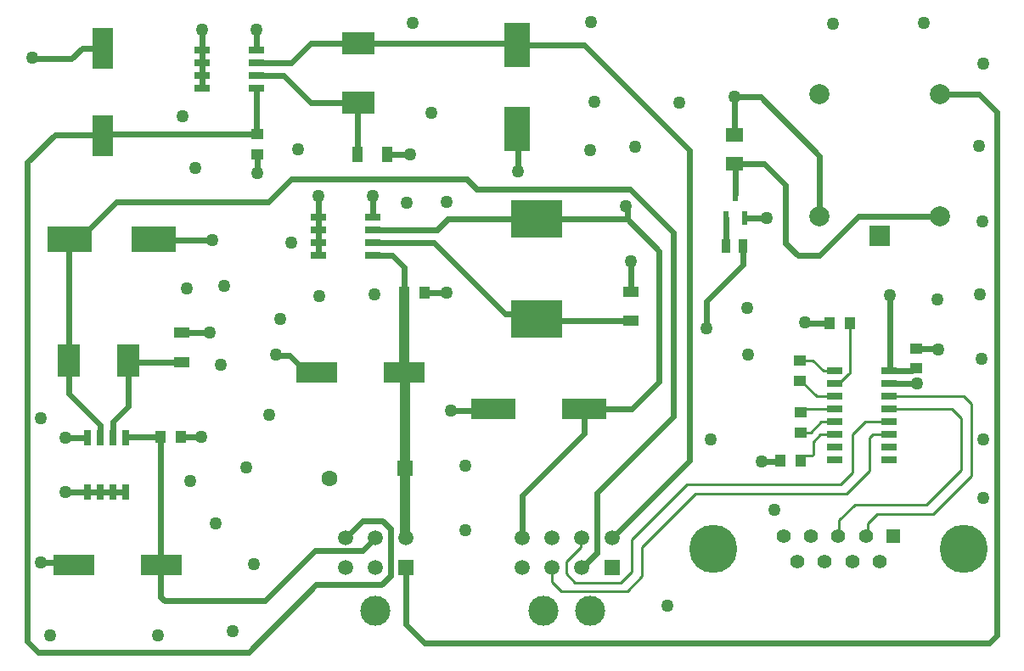
<source format=gtl>
G04*
G04 #@! TF.GenerationSoftware,Altium Limited,Altium Designer,25.8.1 (18)*
G04*
G04 Layer_Physical_Order=1*
G04 Layer_Color=255*
%FSLAX44Y44*%
%MOMM*%
G71*
G04*
G04 #@! TF.SameCoordinates,3D28AD71-2A70-4CFD-9337-590B9DAEE029*
G04*
G04*
G04 #@! TF.FilePolarity,Positive*
G04*
G01*
G75*
%ADD14C,0.2540*%
%ADD15R,4.1000X2.0000*%
%ADD16R,0.6500X1.5250*%
%ADD17R,1.0000X1.2500*%
%ADD18R,2.3000X3.3000*%
%ADD19R,1.5000X1.0000*%
%ADD20R,4.5000X2.1000*%
%ADD21R,4.4000X2.5000*%
%ADD22R,2.0000X4.1000*%
%ADD23R,1.2500X1.0000*%
%ADD24R,1.5250X0.6500*%
%ADD25R,5.2000X3.8500*%
%ADD26R,1.0000X1.5000*%
%ADD27R,2.5000X4.4000*%
%ADD28R,3.3000X2.3000*%
%ADD29R,0.8500X1.3500*%
%ADD30R,1.8000X1.3400*%
%ADD31R,0.6000X1.3500*%
%ADD43R,1.6000X1.6000*%
%ADD44C,1.6000*%
%ADD48R,2.0000X2.0000*%
%ADD49C,2.0000*%
%ADD52C,0.6000*%
%ADD53C,1.0000*%
%ADD54C,1.5200*%
%ADD55R,1.5200X1.5200*%
%ADD56C,3.0000*%
%ADD57C,4.8000*%
%ADD58C,1.4000*%
%ADD59R,1.4000X1.4000*%
%ADD60C,1.2700*%
D14*
X546370Y86680D02*
Y100680D01*
Y86680D02*
X555370Y77680D01*
X560370Y94680D02*
Y106680D01*
Y94680D02*
X569370Y85680D01*
X560370Y106680D02*
X574842Y121152D01*
Y129152D01*
X576370Y130680D01*
X555370Y77680D02*
X621370D01*
X569370Y85680D02*
X615370D01*
X626370Y96680D01*
Y128680D01*
X621370Y77680D02*
X636370Y92680D01*
Y121680D01*
X689370Y174680D01*
X626370Y128680D02*
X681370Y183680D01*
X834370D01*
X689370Y174680D02*
X840370D01*
X794370Y207680D02*
Y208930D01*
Y255680D02*
X797720Y259030D01*
X794370Y208930D02*
X798100Y212660D01*
X794370Y235680D02*
X804370D01*
X798100Y212660D02*
X805882D01*
X807370Y214148D01*
Y226680D01*
X832070Y132080D02*
X832770Y132780D01*
Y148080D01*
X834370Y183680D02*
X846370Y195680D01*
X832770Y148080D02*
X848370Y163680D01*
X846370Y195680D02*
Y233680D01*
X840370Y174680D02*
X863370Y197680D01*
X859470Y132080D02*
X861001Y133611D01*
Y145311D01*
X863370Y197680D02*
Y230680D01*
X861001Y145311D02*
X870370Y154680D01*
X848370Y163680D02*
X919370D01*
X870370Y154680D02*
X926370D01*
X919370Y163680D02*
X954370Y198680D01*
X926370Y154680D02*
X964370Y192680D01*
X954370Y198680D02*
Y249680D01*
X794620Y287680D02*
X810570Y271730D01*
X804370Y235680D02*
X815020Y246330D01*
X807370Y226680D02*
X814320Y233630D01*
X797720Y259030D02*
X828250D01*
X810570Y271730D02*
X828250D01*
X814320Y233630D02*
X828250D01*
X815020Y246330D02*
X828250D01*
Y284430D02*
X832625D01*
X846370Y233680D02*
X859020Y246330D01*
X863370Y230680D02*
X866320Y233630D01*
X859020Y246330D02*
X882490D01*
X866320Y233630D02*
X882490D01*
Y259030D02*
X945020D01*
X882490Y271730D02*
X957320D01*
X945020Y259030D02*
X954370Y249680D01*
X957320Y271730D02*
X964370Y264680D01*
Y192680D02*
Y264680D01*
X793370Y287680D02*
X794620D01*
X793370Y307680D02*
X806370D01*
X816920Y297130D01*
X828250D01*
X832625Y284430D02*
X841875Y293680D01*
X841882D01*
X843370Y295168D01*
Y344680D01*
D15*
X156870Y103680D02*
D03*
X69870D02*
D03*
X398870Y295680D02*
D03*
X311870D02*
D03*
D16*
X121420Y230800D02*
D03*
X108720D02*
D03*
X96020D02*
D03*
X83320Y176560D02*
D03*
X108720D02*
D03*
X96020D02*
D03*
X83320Y230800D02*
D03*
X121420Y176560D02*
D03*
D17*
X156370Y231680D02*
D03*
X176370D02*
D03*
X399370Y375680D02*
D03*
X419370D02*
D03*
X794370Y207680D02*
D03*
X774370D02*
D03*
X823370Y344680D02*
D03*
X843370D02*
D03*
D18*
X123870Y307680D02*
D03*
X64870D02*
D03*
D19*
X177370Y306180D02*
D03*
Y335180D02*
D03*
X625370Y347180D02*
D03*
Y376180D02*
D03*
D20*
X578870Y259680D02*
D03*
X487870D02*
D03*
D21*
X65370Y428680D02*
D03*
X149370D02*
D03*
D22*
X98370Y532180D02*
D03*
Y619180D02*
D03*
D23*
X252370Y533680D02*
D03*
Y513680D02*
D03*
X793370Y287680D02*
D03*
Y307680D02*
D03*
X794370Y235680D02*
D03*
Y255680D02*
D03*
X909370Y299680D02*
D03*
Y319680D02*
D03*
D24*
X251610Y579280D02*
D03*
Y591980D02*
D03*
Y604680D02*
D03*
X197370D02*
D03*
Y617380D02*
D03*
Y579280D02*
D03*
Y591980D02*
D03*
X251610Y617380D02*
D03*
X367490Y412630D02*
D03*
Y425330D02*
D03*
Y438030D02*
D03*
X313250D02*
D03*
Y425330D02*
D03*
Y412630D02*
D03*
Y450730D02*
D03*
X367490D02*
D03*
X882490Y297130D02*
D03*
Y271730D02*
D03*
Y259030D02*
D03*
Y246330D02*
D03*
Y233630D02*
D03*
Y220930D02*
D03*
Y208230D02*
D03*
X828250D02*
D03*
Y220930D02*
D03*
Y233630D02*
D03*
Y246330D02*
D03*
Y259030D02*
D03*
Y271730D02*
D03*
Y284430D02*
D03*
Y297130D02*
D03*
X882490Y284430D02*
D03*
D25*
X531370Y448680D02*
D03*
Y348680D02*
D03*
D26*
X352870Y513680D02*
D03*
X381870D02*
D03*
D27*
X511370Y622680D02*
D03*
Y538680D02*
D03*
D28*
X353370Y565180D02*
D03*
Y624180D02*
D03*
D29*
X720120Y421680D02*
D03*
X736620D02*
D03*
D30*
X728370Y532980D02*
D03*
Y504380D02*
D03*
D31*
X729370Y473680D02*
D03*
X738870Y449680D02*
D03*
X719870D02*
D03*
D43*
X399870Y199680D02*
D03*
D44*
X324870Y189680D02*
D03*
D48*
X873370Y431680D02*
D03*
D49*
X933370Y451680D02*
D03*
X813370Y573680D02*
D03*
X933370D02*
D03*
X813370Y451680D02*
D03*
D52*
X23370Y27680D02*
X34370Y16680D01*
X36370Y105680D02*
X67870D01*
X69870Y103680D01*
X96020Y176560D02*
X108720D01*
X23370Y505680D02*
X23370Y27680D01*
X61370Y176680D02*
X61430Y176620D01*
X61370Y230680D02*
X61430Y230740D01*
X64870Y274180D02*
Y307680D01*
X61430Y176620D02*
X83260D01*
X61430Y230740D02*
X83260D01*
X64870Y274180D02*
X95770Y243280D01*
X83260Y176620D02*
X83320Y176560D01*
X83260Y230740D02*
X83320Y230800D01*
Y176560D02*
X96020D01*
X95770Y231050D02*
Y243280D01*
Y231050D02*
X96020Y230800D01*
X108720D02*
Y247030D01*
Y176560D02*
X121420D01*
X108720Y247030D02*
X123870Y262180D01*
X121420Y230800D02*
Y230990D01*
X121670Y231240D01*
X123870Y262180D02*
Y307680D01*
X34370Y16680D02*
X244370D01*
X156370Y71180D02*
Y103180D01*
X156870Y103680D01*
X156370Y104180D02*
X156870Y103680D01*
X156370Y71180D02*
X159870Y67680D01*
X260370D01*
X244370Y16680D02*
X311370Y83680D01*
X260370Y67680D02*
X310230Y117540D01*
X357230D01*
X311370Y83680D02*
X376370D01*
X340370Y130680D02*
X357370Y147680D01*
X357230Y117540D02*
X370370Y130680D01*
X376370Y83680D02*
X385370Y92680D01*
X377370Y147680D02*
X385370Y139680D01*
Y92680D02*
Y139680D01*
X400370Y44680D02*
Y100680D01*
Y44680D02*
X419370Y25680D01*
X123870Y307680D02*
X125370Y306180D01*
X121670Y231240D02*
X155930D01*
X125370Y306180D02*
X177370D01*
X155930Y231240D02*
X156370Y230800D01*
Y104180D02*
Y230800D01*
X176370Y231680D02*
X196370D01*
X284652Y312398D02*
X301370Y295680D01*
X311870D01*
X357370Y147680D02*
X377370D01*
X445370Y257680D02*
X485870D01*
X23370Y505680D02*
X50870Y533180D01*
X64870Y307680D02*
Y428180D01*
X65370Y428680D01*
X74870D01*
X50870Y533180D02*
X97370D01*
X74870Y428680D02*
X111870Y465680D01*
X97370Y533180D02*
X98370Y532180D01*
X99870Y533680D01*
X149370Y428680D02*
X150370Y427680D01*
X99870Y533680D02*
X251610D01*
X177370Y335180D02*
X177620Y335430D01*
X150370Y427680D02*
X207370D01*
X111870Y465680D02*
X263370D01*
X177620Y335430D02*
X205120D01*
X205370Y335680D01*
X252370Y494680D02*
Y513680D01*
X28370Y609680D02*
X28620Y609430D01*
X28370Y609680D02*
X29370Y608680D01*
X67370D01*
X77870Y619180D01*
X98370D01*
X197370Y591980D02*
Y604680D01*
Y579280D02*
Y591980D01*
Y617380D02*
Y637680D01*
Y604680D02*
Y617380D01*
X251370Y637680D02*
X251490Y637560D01*
Y617500D02*
Y637560D01*
Y617500D02*
X251610Y617380D01*
Y579280D02*
X251740D01*
X251610Y533680D02*
X251990Y534060D01*
X251740Y579280D02*
X251990Y579030D01*
Y534060D02*
Y579030D01*
X251610Y591980D02*
X279070D01*
X271370Y313680D02*
X272652Y312398D01*
X284652D01*
X313250Y412630D02*
Y425330D01*
Y438030D01*
Y450730D01*
X367490Y412630D02*
X387420D01*
X399370Y400680D01*
X367490Y425330D02*
X428720D01*
X399370Y375680D02*
Y400680D01*
X367490Y438030D02*
X431720D01*
X419370Y375680D02*
X441370D01*
X431720Y438030D02*
X442370Y448680D01*
X428720Y425330D02*
X499885Y354165D01*
X251610Y604680D02*
X286370D01*
X263370Y465680D02*
X286370Y488680D01*
X279070Y591980D02*
X305870Y565180D01*
X286370Y604680D02*
X305870Y624180D01*
X313250Y450730D02*
X313310Y450790D01*
Y471620D01*
X313370Y471680D01*
X305870Y565180D02*
X353370D01*
X305870Y624180D02*
X353370D01*
X352870Y513680D02*
Y564680D01*
X353370Y565180D01*
X367370Y471680D02*
X367430Y471620D01*
Y450790D02*
Y471620D01*
Y450790D02*
X367490Y450730D01*
X286370Y488680D02*
X461370D01*
X381870Y513680D02*
X405370D01*
X353370Y624180D02*
X509870D01*
X576370Y100680D02*
X591370Y115680D01*
Y175680D01*
X419370Y25680D02*
X982370D01*
X485870Y257680D02*
X487870Y259680D01*
X516370Y130680D02*
Y172680D01*
X578870Y235180D01*
Y259680D01*
X626370D01*
X591370Y175680D02*
X667370Y251680D01*
X626370Y259680D02*
X653370Y286680D01*
X606370Y130680D02*
X683370Y207680D01*
X755370Y206680D02*
X755870Y207180D01*
X773870D01*
X774370Y207680D01*
X982370Y25680D02*
X990370Y33680D01*
X882490Y284430D02*
X882615Y284555D01*
X910245D01*
X910370Y284680D01*
X442370Y448680D02*
X531370D01*
X499885Y354165D02*
X525885D01*
X532870Y347180D01*
X531370Y448680D02*
X621370D01*
X532870Y347180D02*
X625370D01*
Y376180D02*
Y406680D01*
X621370Y448680D02*
X653370Y416680D01*
Y286680D02*
Y416680D01*
X667370Y251680D02*
Y435680D01*
X683370Y207680D02*
Y517680D01*
X700370Y339680D02*
Y366680D01*
X736620Y402930D01*
X719870Y445930D02*
Y449680D01*
Y445930D02*
X720120Y445680D01*
Y421680D02*
Y445680D01*
X736620Y402930D02*
Y421680D01*
X738870Y449680D02*
X760370D01*
X461370Y488680D02*
X471370Y478680D01*
X509870Y624180D02*
X511370Y622680D01*
Y538680D02*
X512370Y537680D01*
Y496680D02*
Y537680D01*
X511370Y622680D02*
X578370D01*
X471370Y478680D02*
X624370D01*
X620370Y461680D02*
X621370Y460680D01*
Y448680D02*
Y460680D01*
X578370Y622680D02*
X683370Y517680D01*
X624370Y478680D02*
X667370Y435680D01*
X728370Y532980D02*
Y570680D01*
Y504380D02*
X729370Y503380D01*
Y473680D02*
Y503380D01*
X728370Y570680D02*
X754370D01*
X728370Y504380D02*
X757670D01*
X822870Y345180D02*
X823370Y344680D01*
X882490Y297130D02*
X882680D01*
X882930Y297380D01*
Y372240D01*
X882490Y297130D02*
X905570D01*
X908120Y299680D01*
X909370D01*
Y319680D02*
X909870Y319180D01*
X930870D01*
X931370Y318680D01*
X990370Y33680D02*
Y555680D01*
X757670Y504380D02*
X779370Y482680D01*
Y424680D02*
Y482680D01*
X754370Y570680D02*
X813370Y511680D01*
X779370Y424680D02*
X791670Y412380D01*
X798370Y345680D02*
X798870Y345180D01*
X791670Y412380D02*
X813070D01*
X798870Y345180D02*
X822870D01*
X813370Y451680D02*
Y511680D01*
X813070Y412380D02*
X852370Y451680D01*
X882930Y372240D02*
X883370Y372680D01*
X852370Y451680D02*
X933370D01*
Y573680D02*
X972370D01*
X990370Y555680D01*
D53*
X400120Y130930D02*
X400370Y130680D01*
X398870Y295680D02*
X399870Y294680D01*
Y199680D02*
Y294680D01*
Y199680D02*
X400120Y199430D01*
Y130930D02*
Y199430D01*
X398870Y295680D02*
Y375180D01*
X399370Y375680D01*
D54*
X400370Y130680D02*
D03*
X340370D02*
D03*
X370370D02*
D03*
Y100680D02*
D03*
X340370D02*
D03*
X516370Y130680D02*
D03*
X576370Y100680D02*
D03*
X546370D02*
D03*
X606370Y130680D02*
D03*
X576370D02*
D03*
X546370D02*
D03*
X516370Y100680D02*
D03*
D55*
X400370D02*
D03*
X606370D02*
D03*
D56*
X370370Y57480D02*
D03*
X584770D02*
D03*
X537970D02*
D03*
D57*
X707070Y119380D02*
D03*
X957070D02*
D03*
D58*
X790970Y106680D02*
D03*
X818370D02*
D03*
X845770D02*
D03*
X873170D02*
D03*
X804670Y132080D02*
D03*
X832070D02*
D03*
X859470D02*
D03*
X777270D02*
D03*
D59*
X886870D02*
D03*
D60*
X46370Y33680D02*
D03*
X153370D02*
D03*
X228370Y37680D02*
D03*
X249370Y104680D02*
D03*
X36370Y105680D02*
D03*
X211370Y144680D02*
D03*
X61370Y176680D02*
D03*
X185370Y187680D02*
D03*
X28370Y609680D02*
D03*
X36370Y249680D02*
D03*
X61370Y230680D02*
D03*
X178370Y551680D02*
D03*
X182370Y379680D02*
D03*
X190370Y499680D02*
D03*
X196370Y231680D02*
D03*
X197370Y637680D02*
D03*
X205370Y335680D02*
D03*
X207370Y427680D02*
D03*
X216370Y303680D02*
D03*
X219370Y381680D02*
D03*
X241370Y200680D02*
D03*
X251370Y637680D02*
D03*
X252370Y494680D02*
D03*
X264370Y253680D02*
D03*
X271370Y313680D02*
D03*
X275370Y348680D02*
D03*
X286370Y425680D02*
D03*
X293370Y518680D02*
D03*
X313370Y471680D02*
D03*
X314370Y371680D02*
D03*
X367370Y471680D02*
D03*
X369370Y373680D02*
D03*
X401370Y464680D02*
D03*
X405370Y513680D02*
D03*
X407370Y644680D02*
D03*
X426370Y554680D02*
D03*
X441370Y375680D02*
D03*
Y465680D02*
D03*
X445370Y257680D02*
D03*
X460370Y202680D02*
D03*
Y138680D02*
D03*
X661370Y62680D02*
D03*
X704370Y228680D02*
D03*
X755370Y206680D02*
D03*
X768370Y158680D02*
D03*
X910370Y284680D02*
D03*
X976370Y228680D02*
D03*
Y170680D02*
D03*
X512370Y496680D02*
D03*
X584370Y517680D02*
D03*
X585370Y645680D02*
D03*
X588370Y565680D02*
D03*
X620370Y461680D02*
D03*
X625370Y406680D02*
D03*
X629370Y520680D02*
D03*
X673370Y564680D02*
D03*
X700370Y339680D02*
D03*
X728370Y570680D02*
D03*
X741370Y359680D02*
D03*
X742370Y313680D02*
D03*
X760370Y449680D02*
D03*
X798370Y345680D02*
D03*
X826370Y643680D02*
D03*
X883370Y372680D02*
D03*
X917370Y644680D02*
D03*
X930370Y368680D02*
D03*
X931370Y318680D02*
D03*
X972370Y521680D02*
D03*
X973370Y373680D02*
D03*
X974370Y309680D02*
D03*
X975370Y446680D02*
D03*
X976370Y603680D02*
D03*
M02*

</source>
